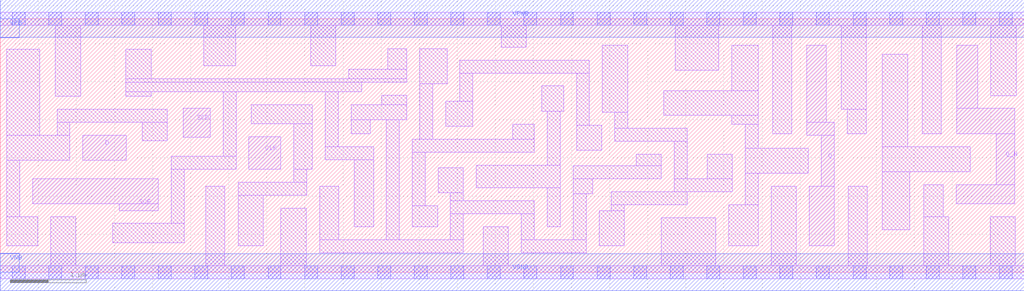
<source format=lef>
# Copyright 2020 The SkyWater PDK Authors
#
# Licensed under the Apache License, Version 2.0 (the "License");
# you may not use this file except in compliance with the License.
# You may obtain a copy of the License at
#
#     https://www.apache.org/licenses/LICENSE-2.0
#
# Unless required by applicable law or agreed to in writing, software
# distributed under the License is distributed on an "AS IS" BASIS,
# WITHOUT WARRANTIES OR CONDITIONS OF ANY KIND, either express or implied.
# See the License for the specific language governing permissions and
# limitations under the License.
#
# SPDX-License-Identifier: Apache-2.0

VERSION 5.5 ;
NAMESCASESENSITIVE ON ;
BUSBITCHARS "[]" ;
DIVIDERCHAR "/" ;
MACRO sky130_fd_sc_ms__sdfxbp_2
  CLASS CORE ;
  SOURCE USER ;
  ORIGIN  0.000000  0.000000 ;
  SIZE  13.44000 BY  3.330000 ;
  SYMMETRY X Y ;
  SITE unit ;
  PIN D
    ANTENNAGATEAREA  0.159000 ;
    DIRECTION INPUT ;
    USE SIGNAL ;
    PORT
      LAYER li1 ;
        RECT 1.085000 1.470000 1.655000 1.800000 ;
    END
  END D
  PIN Q
    ANTENNADIFFAREA  0.543200 ;
    DIRECTION OUTPUT ;
    USE SIGNAL ;
    PORT
      LAYER li1 ;
        RECT 10.590000 1.800000 10.950000 1.970000 ;
        RECT 10.590000 1.970000 10.840000 2.980000 ;
        RECT 10.620000 0.350000 10.950000 1.130000 ;
        RECT 10.780000 1.130000 10.950000 1.800000 ;
    END
  END Q
  PIN Q_N
    ANTENNADIFFAREA  0.554300 ;
    DIRECTION OUTPUT ;
    USE SIGNAL ;
    PORT
      LAYER li1 ;
        RECT 12.550000 0.900000 13.315000 1.150000 ;
        RECT 12.555000 1.820000 13.315000 2.150000 ;
        RECT 12.555000 2.150000 12.835000 2.980000 ;
        RECT 13.075000 1.150000 13.315000 1.820000 ;
    END
  END Q_N
  PIN SCD
    ANTENNAGATEAREA  0.159000 ;
    DIRECTION INPUT ;
    USE SIGNAL ;
    PORT
      LAYER li1 ;
        RECT 2.405000 1.775000 2.755000 2.150000 ;
    END
  END SCD
  PIN SCE
    ANTENNAGATEAREA  0.318000 ;
    DIRECTION INPUT ;
    USE SIGNAL ;
    PORT
      LAYER li1 ;
        RECT 0.425000 0.900000 2.075000 1.230000 ;
        RECT 1.565000 0.810000 2.075000 0.900000 ;
    END
  END SCE
  PIN CLK
    ANTENNAGATEAREA  0.279000 ;
    DIRECTION INPUT ;
    USE CLOCK ;
    PORT
      LAYER li1 ;
        RECT 3.265000 1.350000 3.685000 1.780000 ;
    END
  END CLK
  PIN VGND
    DIRECTION INOUT ;
    USE GROUND ;
    PORT
      LAYER met1 ;
        RECT 0.000000 -0.245000 13.440000 0.245000 ;
    END
  END VGND
  PIN VNB
    DIRECTION INOUT ;
    USE GROUND ;
    PORT
      LAYER met1 ;
        RECT 0.000000 0.000000 0.250000 0.250000 ;
    END
  END VNB
  PIN VPB
    DIRECTION INOUT ;
    USE POWER ;
    PORT
      LAYER met1 ;
        RECT 0.000000 3.080000 0.250000 3.330000 ;
    END
  END VPB
  PIN VPWR
    DIRECTION INOUT ;
    USE POWER ;
    PORT
      LAYER met1 ;
        RECT 0.000000 3.085000 13.440000 3.575000 ;
    END
  END VPWR
  OBS
    LAYER li1 ;
      RECT  0.000000 -0.085000 13.440000 0.085000 ;
      RECT  0.000000  3.245000 13.440000 3.415000 ;
      RECT  0.085000  0.350000  0.490000 0.730000 ;
      RECT  0.085000  0.730000  0.255000 1.470000 ;
      RECT  0.085000  1.470000  0.915000 1.800000 ;
      RECT  0.085000  1.800000  0.520000 2.925000 ;
      RECT  0.660000  0.085000  0.990000 0.730000 ;
      RECT  0.725000  2.310000  1.055000 3.245000 ;
      RECT  0.745000  1.800000  0.915000 1.970000 ;
      RECT  0.745000  1.970000  2.195000 2.140000 ;
      RECT  1.480000  0.390000  2.415000 0.640000 ;
      RECT  1.650000  2.310000  1.980000 2.370000 ;
      RECT  1.650000  2.370000  4.745000 2.495000 ;
      RECT  1.650000  2.495000  5.335000 2.540000 ;
      RECT  1.650000  2.540000  1.980000 2.925000 ;
      RECT  1.865000  1.725000  2.195000 1.970000 ;
      RECT  2.245000  0.640000  2.415000 1.350000 ;
      RECT  2.245000  1.350000  3.095000 1.520000 ;
      RECT  2.670000  2.710000  3.090000 3.245000 ;
      RECT  2.695000  0.085000  2.945000 1.130000 ;
      RECT  2.925000  1.520000  3.095000 2.370000 ;
      RECT  3.125000  0.350000  3.455000 1.010000 ;
      RECT  3.125000  1.010000  4.025000 1.180000 ;
      RECT  3.295000  1.950000  4.095000 2.200000 ;
      RECT  3.685000  0.085000  4.015000 0.840000 ;
      RECT  3.855000  1.180000  4.025000 1.350000 ;
      RECT  3.855000  1.350000  4.095000 1.950000 ;
      RECT  4.075000  2.710000  4.405000 3.245000 ;
      RECT  4.195000  0.255000  6.080000 0.425000 ;
      RECT  4.195000  0.425000  4.445000 1.130000 ;
      RECT  4.265000  1.480000  4.900000 1.650000 ;
      RECT  4.265000  1.650000  4.435000 2.370000 ;
      RECT  4.575000  2.540000  5.335000 2.665000 ;
      RECT  4.605000  1.820000  4.855000 2.005000 ;
      RECT  4.605000  2.005000  5.335000 2.200000 ;
      RECT  4.650000  0.595000  4.900000 1.480000 ;
      RECT  5.005000  2.200000  5.335000 2.325000 ;
      RECT  5.070000  0.425000  5.240000 2.005000 ;
      RECT  5.085000  2.665000  5.335000 2.935000 ;
      RECT  5.410000  0.595000  5.740000 0.875000 ;
      RECT  5.410000  0.875000  5.580000 1.575000 ;
      RECT  5.410000  1.575000  7.010000 1.745000 ;
      RECT  5.505000  1.745000  5.675000 2.475000 ;
      RECT  5.505000  2.475000  5.865000 2.935000 ;
      RECT  5.750000  1.045000  6.080000 1.375000 ;
      RECT  5.845000  1.915000  6.205000 2.245000 ;
      RECT  5.910000  0.425000  6.080000 0.770000 ;
      RECT  5.910000  0.770000  7.010000 0.940000 ;
      RECT  5.910000  0.940000  6.080000 1.045000 ;
      RECT  6.035000  2.245000  6.205000 2.615000 ;
      RECT  6.035000  2.615000  7.735000 2.785000 ;
      RECT  6.250000  1.110000  7.350000 1.405000 ;
      RECT  6.340000  0.085000  6.670000 0.600000 ;
      RECT  6.575000  2.955000  6.905000 3.245000 ;
      RECT  6.730000  1.745000  7.010000 1.945000 ;
      RECT  6.840000  0.255000  7.690000 0.425000 ;
      RECT  6.840000  0.425000  7.010000 0.770000 ;
      RECT  7.110000  2.115000  7.395000 2.445000 ;
      RECT  7.180000  0.595000  7.350000 1.110000 ;
      RECT  7.180000  1.405000  7.350000 2.115000 ;
      RECT  7.520000  0.425000  7.690000 1.030000 ;
      RECT  7.520000  1.030000  7.780000 1.225000 ;
      RECT  7.520000  1.225000  8.680000 1.395000 ;
      RECT  7.565000  1.600000  7.895000 1.930000 ;
      RECT  7.565000  1.930000  7.735000 2.615000 ;
      RECT  7.860000  0.350000  8.190000 0.810000 ;
      RECT  7.905000  2.100000  8.235000 2.980000 ;
      RECT  8.020000  0.810000  8.190000 0.885000 ;
      RECT  8.020000  0.885000  9.020000 1.055000 ;
      RECT  8.065000  1.720000  9.020000 1.890000 ;
      RECT  8.065000  1.890000  8.235000 2.100000 ;
      RECT  8.350000  1.395000  8.680000 1.550000 ;
      RECT  8.680000  0.085000  9.390000 0.715000 ;
      RECT  8.710000  2.060000  9.950000 2.380000 ;
      RECT  8.850000  1.055000  9.610000 1.225000 ;
      RECT  8.850000  1.225000  9.020000 1.720000 ;
      RECT  8.860000  2.650000  9.430000 3.245000 ;
      RECT  9.280000  1.225000  9.610000 1.550000 ;
      RECT  9.560000  0.350000  9.950000 0.885000 ;
      RECT  9.600000  1.940000  9.950000 2.060000 ;
      RECT  9.600000  2.380000  9.950000 2.980000 ;
      RECT  9.780000  0.885000  9.950000 1.300000 ;
      RECT  9.780000  1.300000 10.610000 1.630000 ;
      RECT  9.780000  1.630000  9.950000 1.940000 ;
      RECT 10.120000  0.085000 10.450000 1.130000 ;
      RECT 10.140000  1.820000 10.390000 3.245000 ;
      RECT 11.040000  2.140000 11.370000 3.245000 ;
      RECT 11.120000  1.820000 11.370000 2.140000 ;
      RECT 11.130000  0.085000 11.380000 1.130000 ;
      RECT 11.580000  0.560000 11.940000 1.320000 ;
      RECT 11.580000  1.320000 12.735000 1.650000 ;
      RECT 11.580000  1.650000 11.910000 2.860000 ;
      RECT 12.105000  1.820000 12.355000 3.245000 ;
      RECT 12.120000  0.085000 12.450000 0.730000 ;
      RECT 12.120000  0.730000 12.380000 1.150000 ;
      RECT 12.995000  0.085000 13.325000 0.730000 ;
      RECT 13.005000  2.320000 13.335000 3.245000 ;
    LAYER mcon ;
      RECT  0.155000 -0.085000  0.325000 0.085000 ;
      RECT  0.155000  3.245000  0.325000 3.415000 ;
      RECT  0.635000 -0.085000  0.805000 0.085000 ;
      RECT  0.635000  3.245000  0.805000 3.415000 ;
      RECT  1.115000 -0.085000  1.285000 0.085000 ;
      RECT  1.115000  3.245000  1.285000 3.415000 ;
      RECT  1.595000 -0.085000  1.765000 0.085000 ;
      RECT  1.595000  3.245000  1.765000 3.415000 ;
      RECT  2.075000 -0.085000  2.245000 0.085000 ;
      RECT  2.075000  3.245000  2.245000 3.415000 ;
      RECT  2.555000 -0.085000  2.725000 0.085000 ;
      RECT  2.555000  3.245000  2.725000 3.415000 ;
      RECT  3.035000 -0.085000  3.205000 0.085000 ;
      RECT  3.035000  3.245000  3.205000 3.415000 ;
      RECT  3.515000 -0.085000  3.685000 0.085000 ;
      RECT  3.515000  3.245000  3.685000 3.415000 ;
      RECT  3.995000 -0.085000  4.165000 0.085000 ;
      RECT  3.995000  3.245000  4.165000 3.415000 ;
      RECT  4.475000 -0.085000  4.645000 0.085000 ;
      RECT  4.475000  3.245000  4.645000 3.415000 ;
      RECT  4.955000 -0.085000  5.125000 0.085000 ;
      RECT  4.955000  3.245000  5.125000 3.415000 ;
      RECT  5.435000 -0.085000  5.605000 0.085000 ;
      RECT  5.435000  3.245000  5.605000 3.415000 ;
      RECT  5.915000 -0.085000  6.085000 0.085000 ;
      RECT  5.915000  3.245000  6.085000 3.415000 ;
      RECT  6.395000 -0.085000  6.565000 0.085000 ;
      RECT  6.395000  3.245000  6.565000 3.415000 ;
      RECT  6.875000 -0.085000  7.045000 0.085000 ;
      RECT  6.875000  3.245000  7.045000 3.415000 ;
      RECT  7.355000 -0.085000  7.525000 0.085000 ;
      RECT  7.355000  3.245000  7.525000 3.415000 ;
      RECT  7.835000 -0.085000  8.005000 0.085000 ;
      RECT  7.835000  3.245000  8.005000 3.415000 ;
      RECT  8.315000 -0.085000  8.485000 0.085000 ;
      RECT  8.315000  3.245000  8.485000 3.415000 ;
      RECT  8.795000 -0.085000  8.965000 0.085000 ;
      RECT  8.795000  3.245000  8.965000 3.415000 ;
      RECT  9.275000 -0.085000  9.445000 0.085000 ;
      RECT  9.275000  3.245000  9.445000 3.415000 ;
      RECT  9.755000 -0.085000  9.925000 0.085000 ;
      RECT  9.755000  3.245000  9.925000 3.415000 ;
      RECT 10.235000 -0.085000 10.405000 0.085000 ;
      RECT 10.235000  3.245000 10.405000 3.415000 ;
      RECT 10.715000 -0.085000 10.885000 0.085000 ;
      RECT 10.715000  3.245000 10.885000 3.415000 ;
      RECT 11.195000 -0.085000 11.365000 0.085000 ;
      RECT 11.195000  3.245000 11.365000 3.415000 ;
      RECT 11.675000 -0.085000 11.845000 0.085000 ;
      RECT 11.675000  3.245000 11.845000 3.415000 ;
      RECT 12.155000 -0.085000 12.325000 0.085000 ;
      RECT 12.155000  3.245000 12.325000 3.415000 ;
      RECT 12.635000 -0.085000 12.805000 0.085000 ;
      RECT 12.635000  3.245000 12.805000 3.415000 ;
      RECT 13.115000 -0.085000 13.285000 0.085000 ;
      RECT 13.115000  3.245000 13.285000 3.415000 ;
  END
END sky130_fd_sc_ms__sdfxbp_2

</source>
